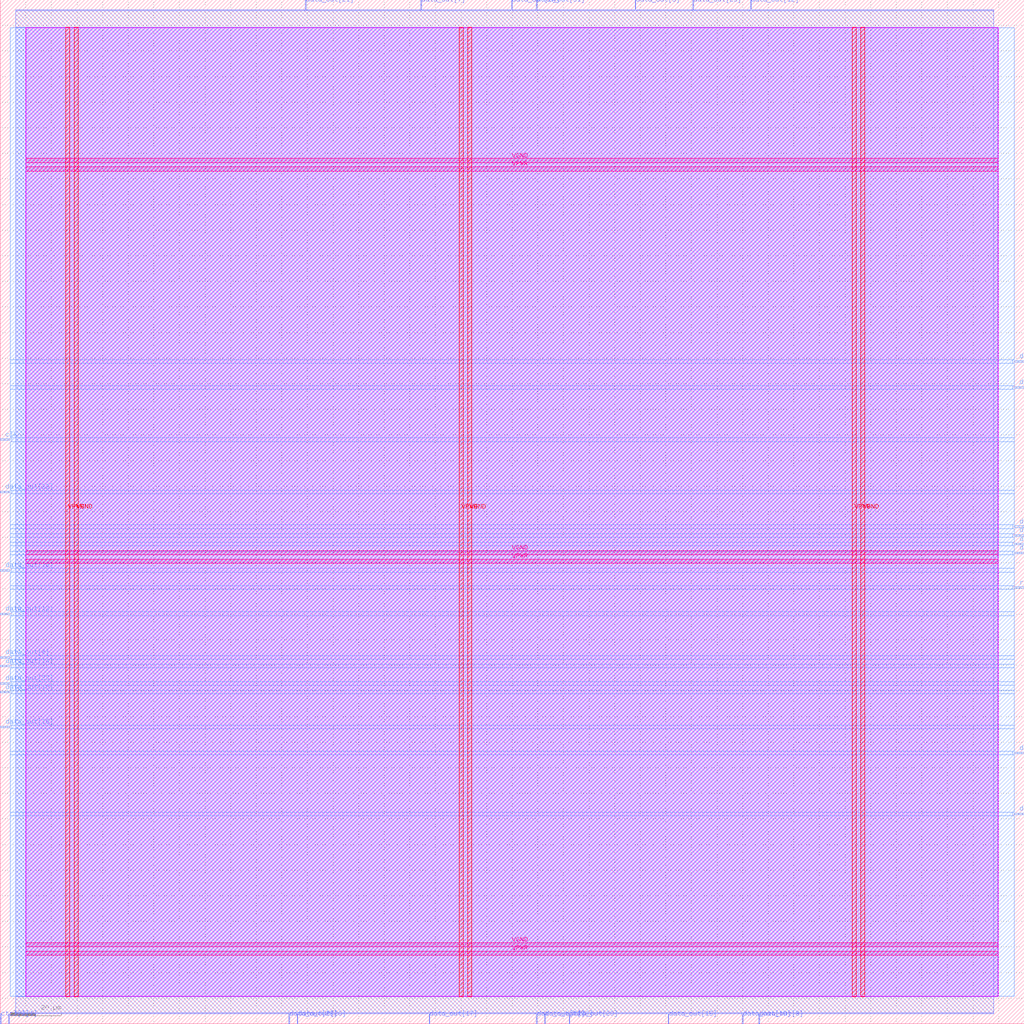
<source format=lef>
VERSION 5.7 ;
  NOWIREEXTENSIONATPIN ON ;
  DIVIDERCHAR "/" ;
  BUSBITCHARS "[]" ;
MACRO TopModule
  CLASS BLOCK ;
  FOREIGN TopModule ;
  ORIGIN 0.000 0.000 ;
  SIZE 400.000 BY 400.000 ;
  PIN VGND
    DIRECTION INOUT ;
    USE GROUND ;
    PORT
      LAYER met4 ;
        RECT 28.940 10.640 30.540 389.200 ;
    END
    PORT
      LAYER met4 ;
        RECT 182.540 10.640 184.140 389.200 ;
    END
    PORT
      LAYER met4 ;
        RECT 336.140 10.640 337.740 389.200 ;
    END
    PORT
      LAYER met5 ;
        RECT 9.880 30.030 389.860 31.630 ;
    END
    PORT
      LAYER met5 ;
        RECT 9.880 183.210 389.860 184.810 ;
    END
    PORT
      LAYER met5 ;
        RECT 9.880 336.390 389.860 337.990 ;
    END
  END VGND
  PIN VPWR
    DIRECTION INOUT ;
    USE POWER ;
    PORT
      LAYER met4 ;
        RECT 25.640 10.640 27.240 389.200 ;
    END
    PORT
      LAYER met4 ;
        RECT 179.240 10.640 180.840 389.200 ;
    END
    PORT
      LAYER met4 ;
        RECT 332.840 10.640 334.440 389.200 ;
    END
    PORT
      LAYER met5 ;
        RECT 9.880 26.730 389.860 28.330 ;
    END
    PORT
      LAYER met5 ;
        RECT 9.880 179.910 389.860 181.510 ;
    END
    PORT
      LAYER met5 ;
        RECT 9.880 333.090 389.860 334.690 ;
    END
  END VPWR
  PIN clk
    DIRECTION INPUT ;
    USE SIGNAL ;
    ANTENNAGATEAREA 0.852000 ;
    PORT
      LAYER met3 ;
        RECT 0.000 227.840 4.000 228.440 ;
    END
  END clk
  PIN ctrl[0]
    DIRECTION INPUT ;
    USE SIGNAL ;
    PORT
      LAYER met2 ;
        RECT 0.090 0.000 0.370 4.000 ;
    END
  END ctrl[0]
  PIN ctrl[1]
    DIRECTION INPUT ;
    USE SIGNAL ;
    PORT
      LAYER met2 ;
        RECT 3.310 0.000 3.590 4.000 ;
    END
  END ctrl[1]
  PIN data_out[0]
    DIRECTION OUTPUT ;
    USE SIGNAL ;
    ANTENNADIFFAREA 0.445500 ;
    PORT
      LAYER met3 ;
        RECT 396.000 193.840 400.000 194.440 ;
    END
  END data_out[0]
  PIN data_out[10]
    DIRECTION OUTPUT ;
    USE SIGNAL ;
    PORT
      LAYER met3 ;
        RECT 0.000 129.240 4.000 129.840 ;
    END
  END data_out[10]
  PIN data_out[11]
    DIRECTION OUTPUT ;
    USE SIGNAL ;
    PORT
      LAYER met2 ;
        RECT 209.390 0.000 209.670 4.000 ;
    END
  END data_out[11]
  PIN data_out[12]
    DIRECTION OUTPUT ;
    USE SIGNAL ;
    PORT
      LAYER met2 ;
        RECT 293.110 396.000 293.390 400.000 ;
    END
  END data_out[12]
  PIN data_out[13]
    DIRECTION OUTPUT ;
    USE SIGNAL ;
    PORT
      LAYER met3 ;
        RECT 0.000 159.840 4.000 160.440 ;
    END
  END data_out[13]
  PIN data_out[14]
    DIRECTION OUTPUT ;
    USE SIGNAL ;
    PORT
      LAYER met3 ;
        RECT 0.000 139.440 4.000 140.040 ;
    END
  END data_out[14]
  PIN data_out[15]
    DIRECTION OUTPUT ;
    USE SIGNAL ;
    PORT
      LAYER met2 ;
        RECT 260.910 0.000 261.190 4.000 ;
    END
  END data_out[15]
  PIN data_out[16]
    DIRECTION OUTPUT ;
    USE SIGNAL ;
    PORT
      LAYER met3 ;
        RECT 0.000 115.640 4.000 116.240 ;
    END
  END data_out[16]
  PIN data_out[17]
    DIRECTION OUTPUT ;
    USE SIGNAL ;
    PORT
      LAYER met2 ;
        RECT 167.530 0.000 167.810 4.000 ;
    END
  END data_out[17]
  PIN data_out[18]
    DIRECTION OUTPUT ;
    USE SIGNAL ;
    PORT
      LAYER met3 ;
        RECT 396.000 258.440 400.000 259.040 ;
    END
  END data_out[18]
  PIN data_out[19]
    DIRECTION OUTPUT ;
    USE SIGNAL ;
    PORT
      LAYER met2 ;
        RECT 289.890 0.000 290.170 4.000 ;
    END
  END data_out[19]
  PIN data_out[1]
    DIRECTION OUTPUT ;
    USE SIGNAL ;
    ANTENNADIFFAREA 0.445500 ;
    PORT
      LAYER met3 ;
        RECT 396.000 187.040 400.000 187.640 ;
    END
  END data_out[1]
  PIN data_out[20]
    DIRECTION OUTPUT ;
    USE SIGNAL ;
    PORT
      LAYER met3 ;
        RECT 0.000 176.840 4.000 177.440 ;
    END
  END data_out[20]
  PIN data_out[21]
    DIRECTION OUTPUT ;
    USE SIGNAL ;
    PORT
      LAYER met2 ;
        RECT 119.230 396.000 119.510 400.000 ;
    END
  END data_out[21]
  PIN data_out[22]
    DIRECTION OUTPUT ;
    USE SIGNAL ;
    PORT
      LAYER met3 ;
        RECT 0.000 207.440 4.000 208.040 ;
    END
  END data_out[22]
  PIN data_out[23]
    DIRECTION OUTPUT ;
    USE SIGNAL ;
    PORT
      LAYER met3 ;
        RECT 0.000 132.640 4.000 133.240 ;
    END
  END data_out[23]
  PIN data_out[24]
    DIRECTION OUTPUT ;
    USE SIGNAL ;
    PORT
      LAYER met2 ;
        RECT 199.730 396.000 200.010 400.000 ;
    END
  END data_out[24]
  PIN data_out[25]
    DIRECTION OUTPUT ;
    USE SIGNAL ;
    PORT
      LAYER met2 ;
        RECT 270.570 396.000 270.850 400.000 ;
    END
  END data_out[25]
  PIN data_out[26]
    DIRECTION OUTPUT ;
    USE SIGNAL ;
    PORT
      LAYER met2 ;
        RECT 116.010 0.000 116.290 4.000 ;
    END
  END data_out[26]
  PIN data_out[27]
    DIRECTION OUTPUT ;
    USE SIGNAL ;
    PORT
      LAYER met3 ;
        RECT 396.000 105.440 400.000 106.040 ;
    END
  END data_out[27]
  PIN data_out[28]
    DIRECTION OUTPUT ;
    USE SIGNAL ;
    PORT
      LAYER met2 ;
        RECT 112.790 0.000 113.070 4.000 ;
    END
  END data_out[28]
  PIN data_out[29]
    DIRECTION OUTPUT ;
    USE SIGNAL ;
    PORT
      LAYER met2 ;
        RECT 222.270 0.000 222.550 4.000 ;
    END
  END data_out[29]
  PIN data_out[2]
    DIRECTION OUTPUT ;
    USE SIGNAL ;
    ANTENNADIFFAREA 0.445500 ;
    PORT
      LAYER met3 ;
        RECT 396.000 183.640 400.000 184.240 ;
    END
  END data_out[2]
  PIN data_out[30]
    DIRECTION OUTPUT ;
    USE SIGNAL ;
    PORT
      LAYER met2 ;
        RECT 212.610 0.000 212.890 4.000 ;
    END
  END data_out[30]
  PIN data_out[31]
    DIRECTION OUTPUT ;
    USE SIGNAL ;
    PORT
      LAYER met2 ;
        RECT 209.390 396.000 209.670 400.000 ;
    END
  END data_out[31]
  PIN data_out[3]
    DIRECTION OUTPUT ;
    USE SIGNAL ;
    ANTENNADIFFAREA 0.445500 ;
    PORT
      LAYER met3 ;
        RECT 396.000 190.440 400.000 191.040 ;
    END
  END data_out[3]
  PIN data_out[4]
    DIRECTION OUTPUT ;
    USE SIGNAL ;
    PORT
      LAYER met3 ;
        RECT 0.000 142.840 4.000 143.440 ;
    END
  END data_out[4]
  PIN data_out[5]
    DIRECTION OUTPUT ;
    USE SIGNAL ;
    PORT
      LAYER met2 ;
        RECT 248.030 396.000 248.310 400.000 ;
    END
  END data_out[5]
  PIN data_out[6]
    DIRECTION OUTPUT ;
    USE SIGNAL ;
    PORT
      LAYER met3 ;
        RECT 396.000 248.240 400.000 248.840 ;
    END
  END data_out[6]
  PIN data_out[7]
    DIRECTION OUTPUT ;
    USE SIGNAL ;
    PORT
      LAYER met2 ;
        RECT 164.310 396.000 164.590 400.000 ;
    END
  END data_out[7]
  PIN data_out[8]
    DIRECTION OUTPUT ;
    USE SIGNAL ;
    PORT
      LAYER met2 ;
        RECT 296.330 0.000 296.610 4.000 ;
    END
  END data_out[8]
  PIN data_out[9]
    DIRECTION OUTPUT ;
    USE SIGNAL ;
    PORT
      LAYER met3 ;
        RECT 396.000 81.640 400.000 82.240 ;
    END
  END data_out[9]
  PIN reset
    DIRECTION INPUT ;
    USE SIGNAL ;
    ANTENNAGATEAREA 0.213000 ;
    PORT
      LAYER met3 ;
        RECT 396.000 170.040 400.000 170.640 ;
    END
  END reset
  OBS
      LAYER nwell ;
        RECT 9.930 10.795 389.810 389.150 ;
      LAYER li1 ;
        RECT 10.120 10.795 389.620 389.045 ;
      LAYER met1 ;
        RECT 6.050 10.640 389.620 389.200 ;
      LAYER met2 ;
        RECT 6.070 395.720 118.950 396.000 ;
        RECT 119.790 395.720 164.030 396.000 ;
        RECT 164.870 395.720 199.450 396.000 ;
        RECT 200.290 395.720 209.110 396.000 ;
        RECT 209.950 395.720 247.750 396.000 ;
        RECT 248.590 395.720 270.290 396.000 ;
        RECT 271.130 395.720 292.830 396.000 ;
        RECT 293.670 395.720 388.150 396.000 ;
        RECT 6.070 4.280 388.150 395.720 ;
        RECT 6.070 4.000 112.510 4.280 ;
        RECT 113.350 4.000 115.730 4.280 ;
        RECT 116.570 4.000 167.250 4.280 ;
        RECT 168.090 4.000 209.110 4.280 ;
        RECT 209.950 4.000 212.330 4.280 ;
        RECT 213.170 4.000 221.990 4.280 ;
        RECT 222.830 4.000 260.630 4.280 ;
        RECT 261.470 4.000 289.610 4.280 ;
        RECT 290.450 4.000 296.050 4.280 ;
        RECT 296.890 4.000 388.150 4.280 ;
      LAYER met3 ;
        RECT 4.000 259.440 396.000 389.125 ;
        RECT 4.000 258.040 395.600 259.440 ;
        RECT 4.000 249.240 396.000 258.040 ;
        RECT 4.000 247.840 395.600 249.240 ;
        RECT 4.000 228.840 396.000 247.840 ;
        RECT 4.400 227.440 396.000 228.840 ;
        RECT 4.000 208.440 396.000 227.440 ;
        RECT 4.400 207.040 396.000 208.440 ;
        RECT 4.000 194.840 396.000 207.040 ;
        RECT 4.000 193.440 395.600 194.840 ;
        RECT 4.000 191.440 396.000 193.440 ;
        RECT 4.000 190.040 395.600 191.440 ;
        RECT 4.000 188.040 396.000 190.040 ;
        RECT 4.000 186.640 395.600 188.040 ;
        RECT 4.000 184.640 396.000 186.640 ;
        RECT 4.000 183.240 395.600 184.640 ;
        RECT 4.000 177.840 396.000 183.240 ;
        RECT 4.400 176.440 396.000 177.840 ;
        RECT 4.000 171.040 396.000 176.440 ;
        RECT 4.000 169.640 395.600 171.040 ;
        RECT 4.000 160.840 396.000 169.640 ;
        RECT 4.400 159.440 396.000 160.840 ;
        RECT 4.000 143.840 396.000 159.440 ;
        RECT 4.400 142.440 396.000 143.840 ;
        RECT 4.000 140.440 396.000 142.440 ;
        RECT 4.400 139.040 396.000 140.440 ;
        RECT 4.000 133.640 396.000 139.040 ;
        RECT 4.400 132.240 396.000 133.640 ;
        RECT 4.000 130.240 396.000 132.240 ;
        RECT 4.400 128.840 396.000 130.240 ;
        RECT 4.000 116.640 396.000 128.840 ;
        RECT 4.400 115.240 396.000 116.640 ;
        RECT 4.000 106.440 396.000 115.240 ;
        RECT 4.000 105.040 395.600 106.440 ;
        RECT 4.000 82.640 396.000 105.040 ;
        RECT 4.000 81.240 395.600 82.640 ;
        RECT 4.000 10.715 396.000 81.240 ;
  END
END TopModule
END LIBRARY


</source>
